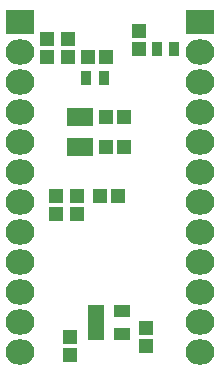
<source format=gbr>
G04 #@! TF.FileFunction,Soldermask,Bot*
%FSLAX46Y46*%
G04 Gerber Fmt 4.6, Leading zero omitted, Abs format (unit mm)*
G04 Created by KiCad (PCBNEW 4.0.2-stable) date 10/8/2016 11:45:13 AM*
%MOMM*%
G01*
G04 APERTURE LIST*
%ADD10C,0.100000*%
%ADD11R,1.150000X1.200000*%
%ADD12R,1.200000X1.150000*%
%ADD13R,2.432000X2.127200*%
%ADD14O,2.432000X2.127200*%
%ADD15R,0.900000X1.300000*%
%ADD16R,1.460000X1.050000*%
%ADD17R,2.300000X1.500000*%
G04 APERTURE END LIST*
D10*
D11*
X31242000Y-46748000D03*
X31242000Y-48248000D03*
X37719000Y-45986000D03*
X37719000Y-47486000D03*
D12*
X32778000Y-22987000D03*
X34278000Y-22987000D03*
D11*
X30099000Y-34810000D03*
X30099000Y-36310000D03*
X37084000Y-22340000D03*
X37084000Y-20840000D03*
X29337000Y-22975000D03*
X29337000Y-21475000D03*
X31115000Y-22975000D03*
X31115000Y-21475000D03*
D12*
X35802000Y-30607000D03*
X34302000Y-30607000D03*
X35802000Y-28067000D03*
X34302000Y-28067000D03*
D11*
X31877000Y-36310000D03*
X31877000Y-34810000D03*
D12*
X35294000Y-34798000D03*
X33794000Y-34798000D03*
D13*
X27000000Y-20000000D03*
D14*
X27000000Y-22540000D03*
X27000000Y-25080000D03*
X27000000Y-27620000D03*
X27000000Y-30160000D03*
X27000000Y-32700000D03*
X27000000Y-35240000D03*
X27000000Y-37780000D03*
X27000000Y-40320000D03*
X27000000Y-42860000D03*
X27000000Y-45400000D03*
X27000000Y-47940000D03*
D13*
X42300000Y-20000000D03*
D14*
X42300000Y-22540000D03*
X42300000Y-25080000D03*
X42300000Y-27620000D03*
X42300000Y-30160000D03*
X42300000Y-32700000D03*
X42300000Y-35240000D03*
X42300000Y-37780000D03*
X42300000Y-40320000D03*
X42300000Y-42860000D03*
X42300000Y-45400000D03*
X42300000Y-47940000D03*
D15*
X34151000Y-24765000D03*
X32651000Y-24765000D03*
X38608000Y-22352000D03*
X40108000Y-22352000D03*
D16*
X33444000Y-46416000D03*
X33444000Y-45466000D03*
X33444000Y-44516000D03*
X35644000Y-44516000D03*
X35644000Y-46416000D03*
D17*
X32131000Y-28107000D03*
X32131000Y-30607000D03*
M02*

</source>
